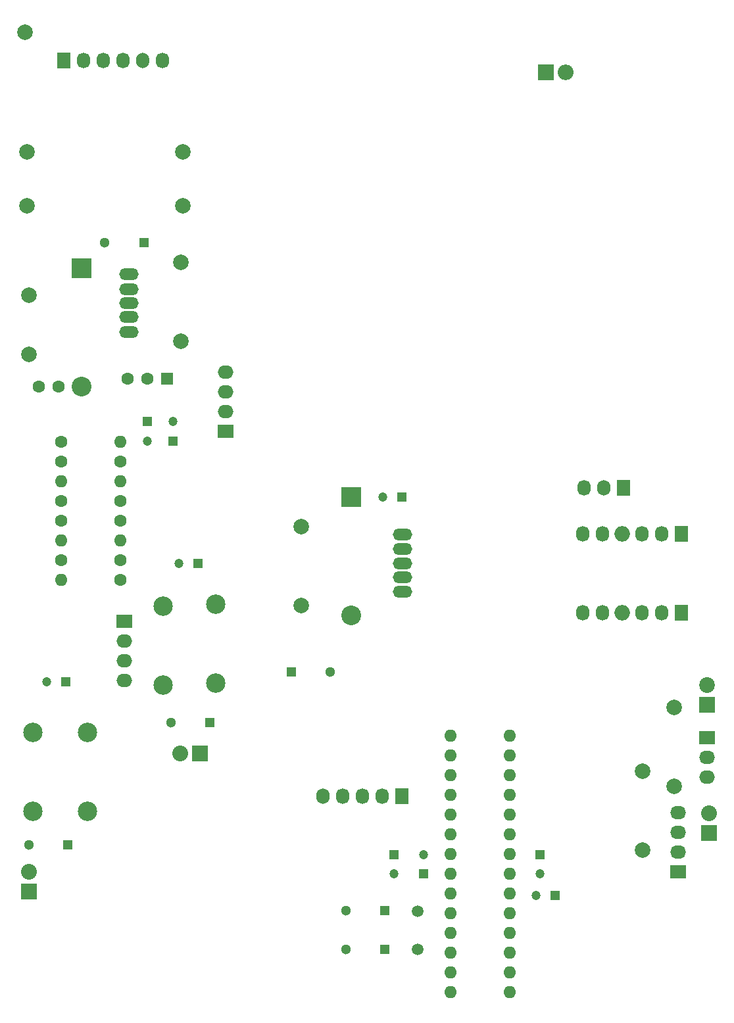
<source format=gbr>
G04 #@! TF.FileFunction,Soldermask,Top*
%FSLAX46Y46*%
G04 Gerber Fmt 4.6, Leading zero omitted, Abs format (unit mm)*
G04 Created by KiCad (PCBNEW 4.0.5) date 2018 March 07, Wednesday 08:14:06*
%MOMM*%
%LPD*%
G01*
G04 APERTURE LIST*
%ADD10C,0.100000*%
%ADD11R,1.300000X1.300000*%
%ADD12C,1.300000*%
%ADD13R,1.200000X1.200000*%
%ADD14C,1.200000*%
%ADD15C,1.600000*%
%ADD16C,2.540000*%
%ADD17R,2.540000X2.540000*%
%ADD18R,1.727200X2.000000*%
%ADD19O,1.727200X2.032000*%
%ADD20O,1.727200X2.000000*%
%ADD21R,2.032000X2.032000*%
%ADD22O,2.032000X2.032000*%
%ADD23O,2.000000X2.032000*%
%ADD24R,2.000000X1.727200*%
%ADD25O,2.000000X1.727200*%
%ADD26R,1.727200X2.032000*%
%ADD27O,2.032000X2.000000*%
%ADD28C,2.500000*%
%ADD29C,1.998980*%
%ADD30R,2.032000X1.727200*%
%ADD31O,2.032000X1.727200*%
%ADD32R,1.600000X1.510000*%
%ADD33O,1.600000X1.600000*%
%ADD34O,2.000000X2.000000*%
%ADD35O,2.499360X1.501140*%
%ADD36O,1.700000X2.000000*%
%ADD37C,1.501140*%
G04 APERTURE END LIST*
D10*
D11*
X50000000Y-127000000D03*
D12*
X45000000Y-127000000D03*
D11*
X31750000Y-142750000D03*
D12*
X26750000Y-142750000D03*
D13*
X48500000Y-106500000D03*
D14*
X46000000Y-106500000D03*
D13*
X31500000Y-121750000D03*
D14*
X29000000Y-121750000D03*
D11*
X72500000Y-156250000D03*
D12*
X67500000Y-156250000D03*
D11*
X72500000Y-151250000D03*
D12*
X67500000Y-151250000D03*
D13*
X42000000Y-88250000D03*
D14*
X42000000Y-90750000D03*
D13*
X45250000Y-90750000D03*
D14*
X45250000Y-88250000D03*
D13*
X92500000Y-144000000D03*
D14*
X92500000Y-146500000D03*
D13*
X94500000Y-149250000D03*
D14*
X92000000Y-149250000D03*
D13*
X77500000Y-146500000D03*
D14*
X77500000Y-144000000D03*
D13*
X73750000Y-144000000D03*
D14*
X73750000Y-146500000D03*
D11*
X41500000Y-65250000D03*
D12*
X36500000Y-65250000D03*
D13*
X74750000Y-98000000D03*
D14*
X72250000Y-98000000D03*
D15*
X28000000Y-83750000D03*
X30500000Y-83750000D03*
D11*
X60500000Y-120500000D03*
D12*
X65500000Y-120500000D03*
D16*
X33502960Y-83741220D03*
D17*
X33502960Y-68501220D03*
D16*
X68252960Y-113241220D03*
D17*
X68252960Y-98001220D03*
D18*
X74750000Y-136500000D03*
D19*
X72210000Y-136500000D03*
X69670000Y-136500000D03*
X67130000Y-136500000D03*
D20*
X64590000Y-136500000D03*
D21*
X114250000Y-141250000D03*
D22*
X114250000Y-138710000D03*
D21*
X114000000Y-124750000D03*
D23*
X114000000Y-122210000D03*
D24*
X52000000Y-89500000D03*
D25*
X52000000Y-86960000D03*
X52000000Y-84420000D03*
X52000000Y-81880000D03*
D24*
X39000000Y-114000000D03*
D25*
X39000000Y-116540000D03*
X39000000Y-119080000D03*
X39000000Y-121620000D03*
D26*
X103250000Y-96750000D03*
D20*
X100710000Y-96750000D03*
D19*
X98170000Y-96750000D03*
D21*
X93250000Y-43250000D03*
D27*
X95790000Y-43250000D03*
D28*
X50750000Y-111750000D03*
X50750000Y-121910000D03*
X44000000Y-112000000D03*
X44000000Y-122160000D03*
X34250000Y-128250000D03*
X34250000Y-138410000D03*
X27250000Y-128250000D03*
X27250000Y-138410000D03*
D29*
X26750000Y-72000000D03*
X26750000Y-79620000D03*
X61750000Y-101750000D03*
X61750000Y-111910000D03*
D21*
X48750000Y-131000000D03*
D22*
X46210000Y-131000000D03*
D21*
X26750000Y-148750000D03*
D22*
X26750000Y-146210000D03*
D30*
X114000000Y-129000000D03*
D31*
X114000000Y-131540000D03*
D25*
X114000000Y-134080000D03*
D29*
X105750000Y-133250000D03*
X105750000Y-143410000D03*
X109750000Y-135250000D03*
X109750000Y-125090000D03*
X26500000Y-60500000D03*
X46500000Y-60500000D03*
X26500000Y-53500000D03*
X46500000Y-53500000D03*
D15*
X39420000Y-82750000D03*
D32*
X44500000Y-82750000D03*
D15*
X41960000Y-82750000D03*
D29*
X46250000Y-67750000D03*
X46250000Y-77910000D03*
D30*
X110250000Y-146250000D03*
D31*
X110250000Y-143710000D03*
X110250000Y-141170000D03*
X110250000Y-138630000D03*
D15*
X30875000Y-90875000D03*
X30875000Y-93415000D03*
D33*
X30875000Y-95955000D03*
D15*
X30875000Y-98495000D03*
X30875000Y-101035000D03*
D33*
X30875000Y-103575000D03*
D15*
X30875000Y-106115000D03*
D33*
X30875000Y-108655000D03*
D15*
X38495000Y-108655000D03*
X38495000Y-106115000D03*
D33*
X38495000Y-103575000D03*
D15*
X38495000Y-101035000D03*
X38495000Y-98495000D03*
D33*
X38495000Y-95955000D03*
D15*
X38495000Y-93415000D03*
D33*
X38495000Y-90875000D03*
X81000000Y-128750000D03*
X81000000Y-131290000D03*
X81000000Y-133830000D03*
X81000000Y-136370000D03*
X81000000Y-138910000D03*
X81000000Y-141450000D03*
X81000000Y-143990000D03*
X81000000Y-146530000D03*
X81000000Y-149070000D03*
X81000000Y-151610000D03*
X81000000Y-154150000D03*
X81000000Y-156690000D03*
X81000000Y-159230000D03*
X81000000Y-161770000D03*
X88620000Y-161770000D03*
X88620000Y-159230000D03*
X88620000Y-156690000D03*
X88620000Y-154150000D03*
X88620000Y-151610000D03*
X88620000Y-149070000D03*
X88620000Y-146530000D03*
X88620000Y-143990000D03*
X88620000Y-141450000D03*
X88620000Y-138910000D03*
X88620000Y-136370000D03*
X88620000Y-133830000D03*
X88620000Y-131290000D03*
X88620000Y-128750000D03*
D19*
X98050000Y-112910000D03*
X100590000Y-112910000D03*
D34*
X103130000Y-112910000D03*
D19*
X105670000Y-112910000D03*
X108210000Y-112910000D03*
D26*
X110750000Y-112910000D03*
X110750000Y-102750000D03*
D19*
X108210000Y-102750000D03*
X105670000Y-102750000D03*
D34*
X103130000Y-102750000D03*
D19*
X100590000Y-102750000D03*
X98050000Y-102750000D03*
D35*
X39599440Y-73000000D03*
X39599440Y-69299220D03*
X39599440Y-76700780D03*
X39599440Y-74800860D03*
X39599440Y-71199140D03*
X74849440Y-106500000D03*
X74849440Y-102799220D03*
X74849440Y-110200780D03*
X74849440Y-108300860D03*
X74849440Y-104699140D03*
D26*
X31250000Y-41750000D03*
D19*
X33790000Y-41750000D03*
X36330000Y-41750000D03*
X38870000Y-41750000D03*
D36*
X41410000Y-41750000D03*
D19*
X43950000Y-41750000D03*
D37*
X76750000Y-156190940D03*
X76750000Y-151309060D03*
D29*
X26250000Y-38090000D03*
M02*

</source>
